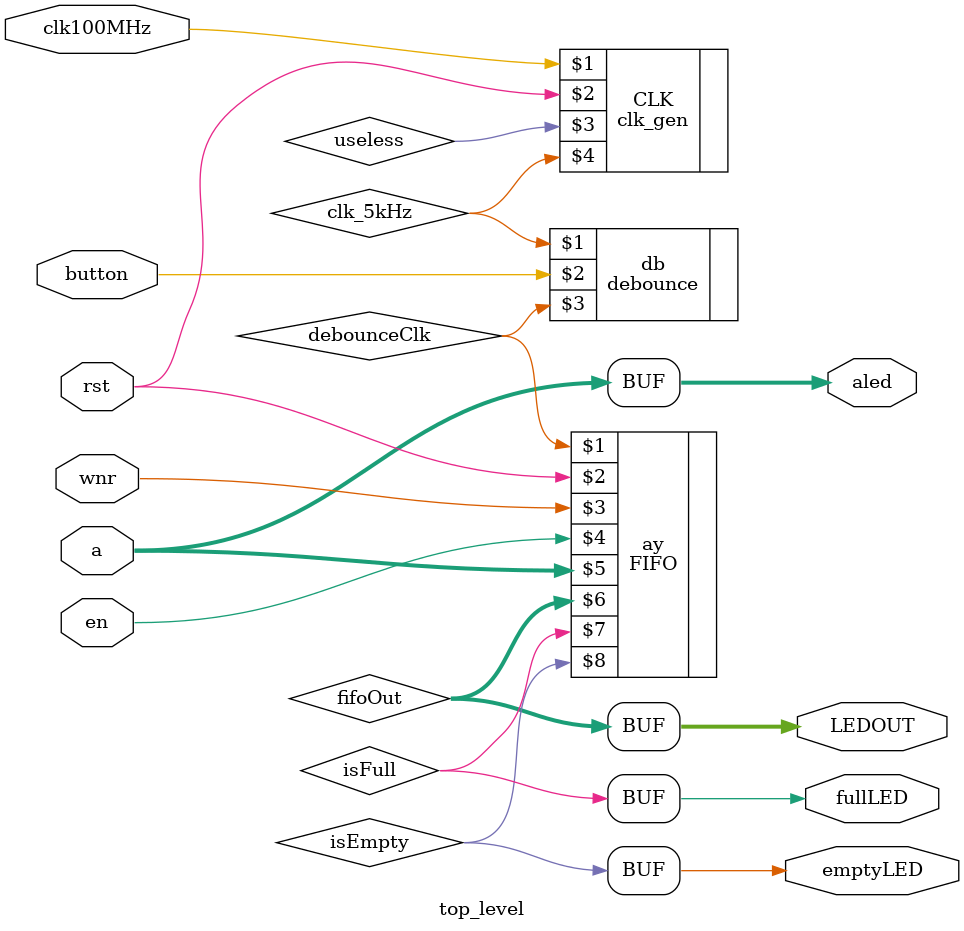
<source format=v>
`timescale 1ns / 1ps
module top_level(input clk100MHz, rst, button, wnr, en, input[3:0]a, output[3:0]LEDOUT, aled, output emptyLED, fullLED);
    wire[3:0]fifoOut;
    wire isEmpty, isFull;
    wire clk_5kHz, useless, debounceClk;


    clk_gen CLK(clk100MHz, rst, useless, clk_5kHz);
    debounce db(clk_5kHz, button, debounceClk);

    FIFO ay(debounceClk, rst, wnr, en, a, fifoOut, isFull, isEmpty);
    assign emptyLED = isEmpty;      
    assign fullLED = isFull;
    assign aled = a;                
    assign LEDOUT = fifoOut;
endmodule
</source>
